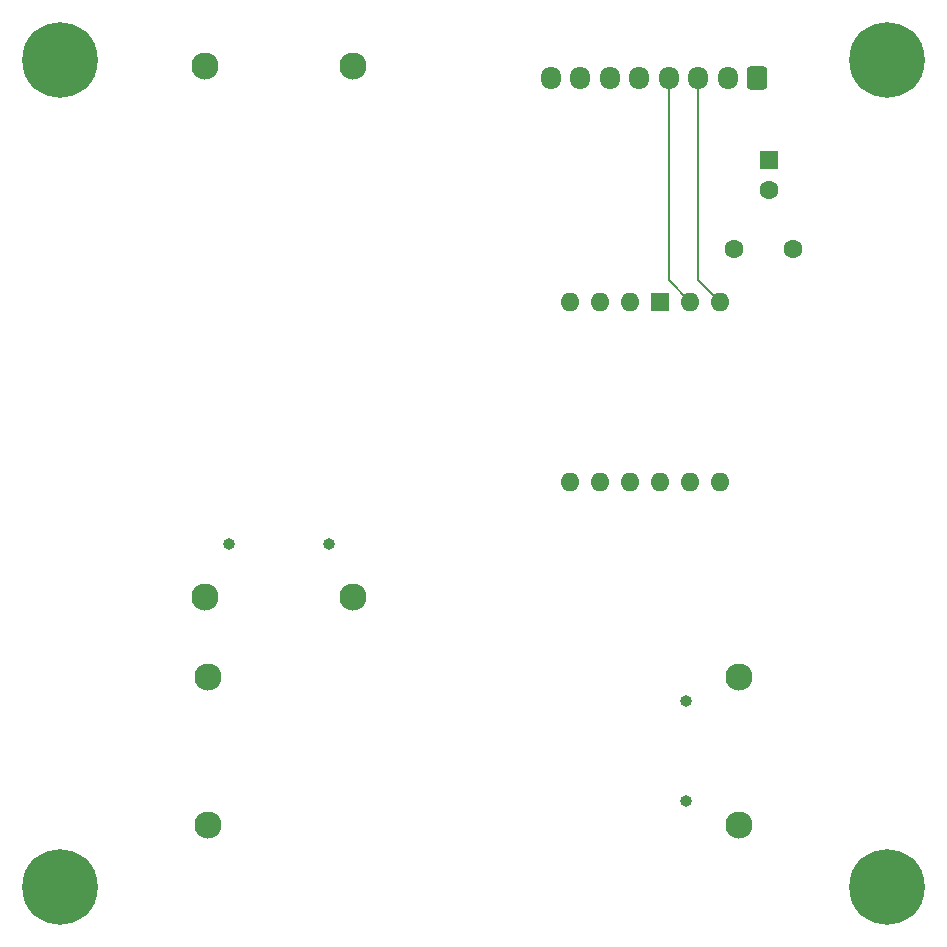
<source format=gbr>
%TF.GenerationSoftware,KiCad,Pcbnew,9.0.4*%
%TF.CreationDate,2025-10-27T02:18:45+05:45*%
%TF.ProjectId,magnetorquer,6d61676e-6574-46f7-9271-7565722e6b69,rev?*%
%TF.SameCoordinates,Original*%
%TF.FileFunction,Copper,L2,Bot*%
%TF.FilePolarity,Positive*%
%FSLAX46Y46*%
G04 Gerber Fmt 4.6, Leading zero omitted, Abs format (unit mm)*
G04 Created by KiCad (PCBNEW 9.0.4) date 2025-10-27 02:18:45*
%MOMM*%
%LPD*%
G01*
G04 APERTURE LIST*
G04 Aperture macros list*
%AMRoundRect*
0 Rectangle with rounded corners*
0 $1 Rounding radius*
0 $2 $3 $4 $5 $6 $7 $8 $9 X,Y pos of 4 corners*
0 Add a 4 corners polygon primitive as box body*
4,1,4,$2,$3,$4,$5,$6,$7,$8,$9,$2,$3,0*
0 Add four circle primitives for the rounded corners*
1,1,$1+$1,$2,$3*
1,1,$1+$1,$4,$5*
1,1,$1+$1,$6,$7*
1,1,$1+$1,$8,$9*
0 Add four rect primitives between the rounded corners*
20,1,$1+$1,$2,$3,$4,$5,0*
20,1,$1+$1,$4,$5,$6,$7,0*
20,1,$1+$1,$6,$7,$8,$9,0*
20,1,$1+$1,$8,$9,$2,$3,0*%
G04 Aperture macros list end*
%TA.AperFunction,ComponentPad*%
%ADD10O,1.600000X1.600000*%
%TD*%
%TA.AperFunction,ComponentPad*%
%ADD11R,1.600000X1.600000*%
%TD*%
%TA.AperFunction,ComponentPad*%
%ADD12RoundRect,0.250000X0.600000X0.725000X-0.600000X0.725000X-0.600000X-0.725000X0.600000X-0.725000X0*%
%TD*%
%TA.AperFunction,ComponentPad*%
%ADD13O,1.700000X1.950000*%
%TD*%
%TA.AperFunction,ComponentPad*%
%ADD14RoundRect,0.250000X-0.550000X0.550000X-0.550000X-0.550000X0.550000X-0.550000X0.550000X0.550000X0*%
%TD*%
%TA.AperFunction,ComponentPad*%
%ADD15C,1.600000*%
%TD*%
%TA.AperFunction,ComponentPad*%
%ADD16C,2.300000*%
%TD*%
%TA.AperFunction,ComponentPad*%
%ADD17O,1.000000X1.000000*%
%TD*%
%TA.AperFunction,ComponentPad*%
%ADD18C,0.800000*%
%TD*%
%TA.AperFunction,ComponentPad*%
%ADD19C,6.400000*%
%TD*%
%TA.AperFunction,Conductor*%
%ADD20C,0.200000*%
%TD*%
G04 APERTURE END LIST*
D10*
%TO.P,U1,1,EPP*%
%TO.N,unconnected-(U1-EPP-Pad1)*%
X48150000Y-40730000D03*
%TO.P,U1,2,OUT1*%
%TO.N,Net-(J1-Pin_1)*%
X50690000Y-40730000D03*
%TO.P,U1,3,OUT2*%
%TO.N,Net-(J1-Pin_2)*%
X53230000Y-40730000D03*
%TO.P,U1,4,OUT3*%
%TO.N,Net-(J2-Pin_1)*%
X55770000Y-40730000D03*
%TO.P,U1,5,OUT4*%
%TO.N,Net-(J2-Pin_2)*%
X58310000Y-40730000D03*
%TO.P,U1,6,VLT*%
%TO.N,unconnected-(U1-VLT-Pad6)*%
X60850000Y-40730000D03*
%TO.P,U1,7,IN1*%
%TO.N,Net-(J3-Pin_3)*%
X60850000Y-25490000D03*
%TO.P,U1,8,IN2*%
%TO.N,Net-(J3-Pin_4)*%
X58310000Y-25490000D03*
D11*
%TO.P,U1,9,VCC*%
%TO.N,Net-(J3-Pin_1)*%
X55770000Y-25490000D03*
D10*
%TO.P,U1,10,GND*%
%TO.N,Net-(J3-Pin_2)*%
X53230000Y-25490000D03*
%TO.P,U1,11,INT3*%
%TO.N,Net-(J3-Pin_5)*%
X50690000Y-25490000D03*
%TO.P,U1,12,INT4*%
%TO.N,Net-(J3-Pin_6)*%
X48150000Y-25490000D03*
%TD*%
D12*
%TO.P,J3,1,Pin_1*%
%TO.N,Net-(J3-Pin_1)*%
X64000000Y-6500000D03*
D13*
%TO.P,J3,2,Pin_2*%
%TO.N,Net-(J3-Pin_2)*%
X61500000Y-6500000D03*
%TO.P,J3,3,Pin_3*%
%TO.N,Net-(J3-Pin_3)*%
X59000000Y-6500000D03*
%TO.P,J3,4,Pin_4*%
%TO.N,Net-(J3-Pin_4)*%
X56500000Y-6500000D03*
%TO.P,J3,5,Pin_5*%
%TO.N,Net-(J3-Pin_5)*%
X54000000Y-6500000D03*
%TO.P,J3,6,Pin_6*%
%TO.N,Net-(J3-Pin_6)*%
X51500000Y-6500000D03*
%TO.P,J3,7,Pin_7*%
%TO.N,unconnected-(J3-Pin_7-Pad7)*%
X49000000Y-6500000D03*
%TO.P,J3,8,Pin_8*%
%TO.N,unconnected-(J3-Pin_8-Pad8)*%
X46500000Y-6500000D03*
%TD*%
D14*
%TO.P,C2,1*%
%TO.N,Net-(J3-Pin_1)*%
X65000000Y-13500000D03*
D15*
%TO.P,C2,2*%
%TO.N,Net-(J3-Pin_2)*%
X65000000Y-16000000D03*
%TD*%
%TO.P,C1,1*%
%TO.N,Net-(J3-Pin_1)*%
X67000000Y-21000000D03*
%TO.P,C1,2*%
%TO.N,Net-(J3-Pin_2)*%
X62000000Y-21000000D03*
%TD*%
D16*
%TO.P,J1,*%
%TO.N,*%
X17250000Y-5500000D03*
X17250000Y-50500000D03*
X29750000Y-5500000D03*
X29750000Y-50500000D03*
D17*
%TO.P,J1,1,Pin_1*%
%TO.N,Net-(J1-Pin_1)*%
X19250000Y-46000000D03*
%TO.P,J1,2,Pin_2*%
%TO.N,Net-(J1-Pin_2)*%
X27750000Y-46000000D03*
%TD*%
D16*
%TO.P,J2,*%
%TO.N,*%
X17500000Y-69750000D03*
X62500000Y-69750000D03*
X17500000Y-57250000D03*
X62500000Y-57250000D03*
D17*
%TO.P,J2,1,Pin_1*%
%TO.N,Net-(J2-Pin_1)*%
X58000000Y-67750000D03*
%TO.P,J2,2,Pin_2*%
%TO.N,Net-(J2-Pin_2)*%
X58000000Y-59250000D03*
%TD*%
D18*
%TO.P,REF\u002A\u002A,1*%
%TO.N,N/C*%
X2600000Y-75000000D03*
X3302944Y-73302944D03*
X3302944Y-76697056D03*
X5000000Y-72600000D03*
D19*
X5000000Y-75000000D03*
D18*
X5000000Y-77400000D03*
X6697056Y-73302944D03*
X6697056Y-76697056D03*
X7400000Y-75000000D03*
%TD*%
%TO.P,REF\u002A\u002A,1*%
%TO.N,N/C*%
X72600000Y-5000000D03*
X73302944Y-3302944D03*
X73302944Y-6697056D03*
X75000000Y-2600000D03*
D19*
X75000000Y-5000000D03*
D18*
X75000000Y-7400000D03*
X76697056Y-3302944D03*
X76697056Y-6697056D03*
X77400000Y-5000000D03*
%TD*%
%TO.P,REF\u002A\u002A,1*%
%TO.N,N/C*%
X2600000Y-5000000D03*
X3302944Y-3302944D03*
X3302944Y-6697056D03*
X5000000Y-2600000D03*
D19*
X5000000Y-5000000D03*
D18*
X5000000Y-7400000D03*
X6697056Y-3302944D03*
X6697056Y-6697056D03*
X7400000Y-5000000D03*
%TD*%
%TO.P,REF\u002A\u002A,1*%
%TO.N,N/C*%
X72600000Y-75000000D03*
X73302944Y-73302944D03*
X73302944Y-76697056D03*
X75000000Y-72600000D03*
D19*
X75000000Y-75000000D03*
D18*
X75000000Y-77400000D03*
X76697056Y-73302944D03*
X76697056Y-76697056D03*
X77400000Y-75000000D03*
%TD*%
D20*
%TO.N,Net-(J3-Pin_3)*%
X59000000Y-6500000D02*
X59000000Y-23640000D01*
X59000000Y-23640000D02*
X60850000Y-25490000D01*
%TO.N,Net-(J3-Pin_4)*%
X56500000Y-6500000D02*
X56500000Y-23680000D01*
X56500000Y-23680000D02*
X58310000Y-25490000D01*
%TD*%
M02*

</source>
